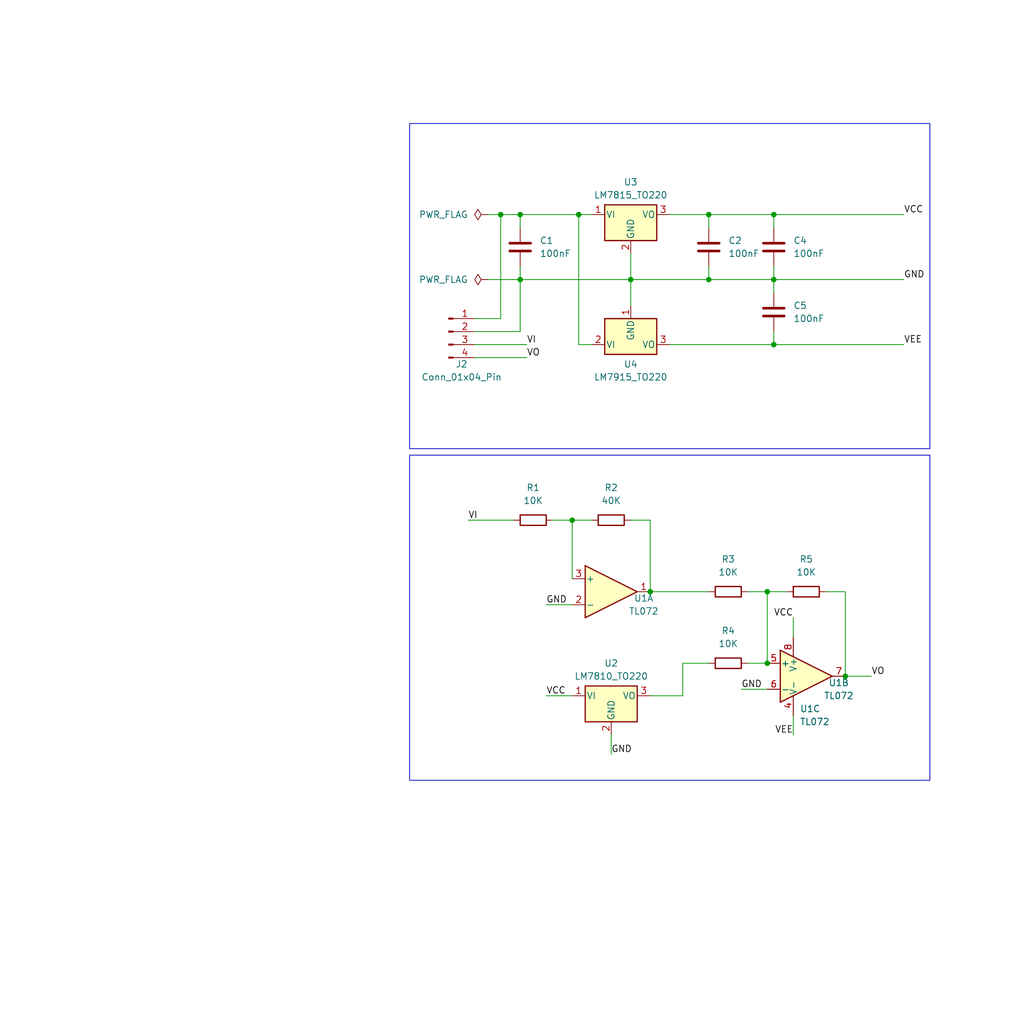
<source format=kicad_sch>
(kicad_sch (version 20230121) (generator eeschema)
  (paper "User" 200 200)
  (lib_symbols
    (symbol "Amplifier_Operational:TL072" (pin_names (offset 0.127))
      (property "Reference" "U" (at 0 5.08 0))
      (property "Value" "TL072" (at 0 -5.08 0))
      (symbol "TL072_1_1"
        (polyline (pts (xy -5.08 5.08) (xy 5.08 0) (xy -5.08 -5.08) (xy -5.08 5.08)) (stroke (width 0.254)) (fill (type background)))
        (pin output line (at 7.62 0 180) (length 2.54) (name "~") (number "1"))
        (pin input line (at -7.62 -2.54 0) (length 2.54) (name "-") (number "2"))
        (pin input line (at -7.62 2.54 0) (length 2.54) (name "+") (number "3"))
      )
      (symbol "TL072_2_1"
        (polyline (pts (xy -5.08 5.08) (xy 5.08 0) (xy -5.08 -5.08) (xy -5.08 5.08)) (stroke (width 0.254)) (fill (type background)))
        (pin input line (at -7.62 2.54 0) (length 2.54) (name "+") (number "5"))
        (pin input line (at -7.62 -2.54 0) (length 2.54) (name "-") (number "6"))
        (pin output line (at 7.62 0 180) (length 2.54) (name "~") (number "7"))
      )
      (symbol "TL072_3_1"
        (pin power_in line (at -2.54 -7.62 90) (length 3.81) (name "V-") (number "4"))
        (pin power_in line (at -2.54 7.62 270) (length 3.81) (name "V+") (number "8"))
      )
    )
    (symbol "Connector:Conn_01x04_Pin" (pin_names (offset 1.016) hide)
      (property "Reference" "J" (at 0 5.08 0))
      (property "Value" "Conn_01x04_Pin" (at 0 -7.62 0))
      (symbol "Conn_01x04_Pin_1_1"
        (polyline (pts (xy 1.27 -5.08) (xy 0.8636 -5.08)) (stroke (width 0.1524)))
        (polyline (pts (xy 1.27 -2.54) (xy 0.8636 -2.54)) (stroke (width 0.1524)))
        (polyline (pts (xy 1.27 0) (xy 0.8636 0)) (stroke (width 0.1524)))
        (polyline (pts (xy 1.27 2.54) (xy 0.8636 2.54)) (stroke (width 0.1524)))
        (rectangle (start 0.8636 -4.953) (end 0 -5.207) (stroke (width 0.1524)) (fill (type outline)))
        (rectangle (start 0.8636 -2.413) (end 0 -2.667) (stroke (width 0.1524)) (fill (type outline)))
        (rectangle (start 0.8636 0.127) (end 0 -0.127) (stroke (width 0.1524)) (fill (type outline)))
        (rectangle (start 0.8636 2.667) (end 0 2.413) (stroke (width 0.1524)) (fill (type outline)))
        (pin passive line (at 5.08 2.54 180) (length 3.81) (name "Pin_1") (number "1"))
        (pin passive line (at 5.08 0 180) (length 3.81) (name "Pin_2") (number "2"))
        (pin passive line (at 5.08 -2.54 180) (length 3.81) (name "Pin_3") (number "3"))
        (pin passive line (at 5.08 -5.08 180) (length 3.81) (name "Pin_4") (number "4"))
      )
    )
    (symbol "Device:C" (pin_numbers hide) (pin_names (offset 0.254))
      (property "Reference" "C" (at 0.635 2.54 0))
      (property "Value" "C" (at 0.635 -2.54 0))
      (symbol "C_0_1"
        (polyline (pts (xy -2.032 -0.762) (xy 2.032 -0.762)) (stroke (width 0.508)))
        (polyline (pts (xy -2.032 0.762) (xy 2.032 0.762)) (stroke (width 0.508)))
      )
      (symbol "C_1_1"
        (pin passive line (at 0 3.81 270) (length 2.794) (name "~") (number "1"))
        (pin passive line (at 0 -3.81 90) (length 2.794) (name "~") (number "2"))
      )
    )
    (symbol "Device:R" (pin_numbers hide) (pin_names (offset 0))
      (property "Reference" "R" (at 2.032 0 90))
      (property "Value" "R" (at 0 0 90))
      (symbol "R_0_1"
        (rectangle (start -1.016 -2.54) (end 1.016 2.54) (stroke (width 0.254)))
      )
      (symbol "R_1_1"
        (pin passive line (at 0 3.81 270) (length 1.27) (name "~") (number "1"))
        (pin passive line (at 0 -3.81 90) (length 1.27) (name "~") (number "2"))
      )
    )
    (symbol "Regulator_Linear:LM7810_TO220" (pin_names (offset 0.254))
      (property "Reference" "U" (at -3.81 3.175 0))
      (property "Value" "LM7810_TO220" (at 0 3.175 0))
      (symbol "LM7810_TO220_0_1"
        (rectangle (start -5.08 1.905) (end 5.08 -5.08) (stroke (width 0.254)) (fill (type background)))
      )
      (symbol "LM7810_TO220_1_1"
        (pin power_in line (at -7.62 0 0) (length 2.54) (name "VI") (number "1"))
        (pin power_in line (at 0 -7.62 90) (length 2.54) (name "GND") (number "2"))
        (pin power_out line (at 7.62 0 180) (length 2.54) (name "VO") (number "3"))
      )
    )
    (symbol "Regulator_Linear:LM7815_TO220" (pin_names (offset 0.254))
      (property "Reference" "U" (at -3.81 3.175 0))
      (property "Value" "LM7815_TO220" (at 0 3.175 0))
      (symbol "LM7815_TO220_0_1"
        (rectangle (start -5.08 1.905) (end 5.08 -5.08) (stroke (width 0.254)) (fill (type background)))
      )
      (symbol "LM7815_TO220_1_1"
        (pin power_in line (at -7.62 0 0) (length 2.54) (name "VI") (number "1"))
        (pin power_in line (at 0 -7.62 90) (length 2.54) (name "GND") (number "2"))
        (pin power_out line (at 7.62 0 180) (length 2.54) (name "VO") (number "3"))
      )
    )
    (symbol "Regulator_Linear:LM7915_TO220" (pin_names (offset 0.254))
      (property "Reference" "U" (at -3.81 -3.175 0))
      (property "Value" "LM7915_TO220" (at 0 -3.175 0))
      (symbol "LM7915_TO220_0_1"
        (rectangle (start -5.08 5.08) (end 5.08 -1.905) (stroke (width 0.254)) (fill (type background)))
      )
      (symbol "LM7915_TO220_1_1"
        (pin power_in line (at 0 7.62 270) (length 2.54) (name "GND") (number "1"))
        (pin power_in line (at -7.62 0 0) (length 2.54) (name "VI") (number "2"))
        (pin power_out line (at 7.62 0 180) (length 2.54) (name "VO") (number "3"))
      )
    )
    (symbol "power:PWR_FLAG" (power) (pin_numbers hide) (pin_names (offset 0) hide)
      (property "Value" "PWR_FLAG" (at 0 3.81 0))
      (symbol "PWR_FLAG_0_0"
        (pin power_out line (at 0 0 90) (length 0) (name "pwr") (number "1"))
      )
      (symbol "PWR_FLAG_0_1"
        (polyline (pts (xy 0 0) (xy 0 1.27) (xy -1.016 1.905) (xy 0 2.54) (xy 1.016 1.905) (xy 0 1.27)))
      )
    )
  )
  (junction (at 151.13 67.31))
  (junction (at 151.13 41.91))
  (junction (at 101.6 41.91))
  (junction (at 97.79 41.91))
  (junction (at 123.19 54.61))
  (junction (at 127 115.57))
  (junction (at 113.03 41.91))
  (junction (at 165.1 132.08))
  (junction (at 149.86 129.54))
  (junction (at 101.6 54.61))
  (junction (at 138.43 54.61))
  (junction (at 138.43 41.91))
  (junction (at 151.13 54.61))
  (junction (at 149.86 115.57))
  (junction (at 111.76 101.6))
  (wire (pts (xy 154.94 139.7) (xy 154.94 143.51)))
  (wire (pts (xy 144.78 134.62) (xy 149.86 134.62)))
  (wire (pts (xy 101.6 41.91) (xy 101.6 44.45)))
  (wire (pts (xy 92.71 67.31) (xy 102.87 67.31)))
  (wire (pts (xy 138.43 54.61) (xy 151.13 54.61)))
  (wire (pts (xy 111.76 101.6) (xy 115.57 101.6)))
  (wire (pts (xy 138.43 41.91) (xy 138.43 44.45)))
  (wire (pts (xy 165.1 115.57) (xy 161.29 115.57)))
  (wire (pts (xy 127 101.6) (xy 127 115.57)))
  (wire (pts (xy 149.86 115.57) (xy 149.86 129.54)))
  (wire (pts (xy 106.68 135.89) (xy 111.76 135.89)))
  (wire (pts (xy 101.6 52.07) (xy 101.6 54.61)))
  (wire (pts (xy 151.13 67.31) (xy 176.53 67.31)))
  (wire (pts (xy 151.13 52.07) (xy 151.13 54.61)))
  (wire (pts (xy 113.03 67.31) (xy 115.57 67.31)))
  (wire (pts (xy 151.13 54.61) (xy 151.13 57.15)))
  (wire (pts (xy 101.6 64.77) (xy 92.71 64.77)))
  (wire (pts (xy 151.13 41.91) (xy 151.13 44.45)))
  (wire (pts (xy 123.19 54.61) (xy 123.19 59.69)))
  (wire (pts (xy 138.43 41.91) (xy 151.13 41.91)))
  (wire (pts (xy 151.13 54.61) (xy 176.53 54.61)))
  (wire (pts (xy 130.81 41.91) (xy 138.43 41.91)))
  (wire (pts (xy 146.05 129.54) (xy 149.86 129.54)))
  (wire (pts (xy 101.6 41.91) (xy 113.03 41.91)))
  (wire (pts (xy 165.1 132.08) (xy 170.18 132.08)))
  (wire (pts (xy 149.86 115.57) (xy 153.67 115.57)))
  (wire (pts (xy 154.94 120.65) (xy 154.94 124.46)))
  (wire (pts (xy 91.44 101.6) (xy 100.33 101.6)))
  (wire (pts (xy 97.79 41.91) (xy 101.6 41.91)))
  (wire (pts (xy 113.03 41.91) (xy 115.57 41.91)))
  (wire (pts (xy 95.25 54.61) (xy 101.6 54.61)))
  (wire (pts (xy 151.13 41.91) (xy 176.53 41.91)))
  (wire (pts (xy 97.79 41.91) (xy 95.25 41.91)))
  (wire (pts (xy 97.79 62.23) (xy 92.71 62.23)))
  (wire (pts (xy 123.19 49.53) (xy 123.19 54.61)))
  (wire (pts (xy 165.1 115.57) (xy 165.1 132.08)))
  (wire (pts (xy 97.79 41.91) (xy 97.79 62.23)))
  (wire (pts (xy 127 115.57) (xy 138.43 115.57)))
  (wire (pts (xy 146.05 115.57) (xy 149.86 115.57)))
  (wire (pts (xy 138.43 52.07) (xy 138.43 54.61)))
  (wire (pts (xy 133.35 129.54) (xy 138.43 129.54)))
  (wire (pts (xy 123.19 101.6) (xy 127 101.6)))
  (wire (pts (xy 106.68 118.11) (xy 111.76 118.11)))
  (wire (pts (xy 111.76 101.6) (xy 111.76 113.03)))
  (wire (pts (xy 151.13 64.77) (xy 151.13 67.31)))
  (wire (pts (xy 130.81 67.31) (xy 151.13 67.31)))
  (wire (pts (xy 119.38 143.51) (xy 119.38 147.32)))
  (wire (pts (xy 101.6 54.61) (xy 101.6 64.77)))
  (wire (pts (xy 113.03 67.31) (xy 113.03 41.91)))
  (wire (pts (xy 127 135.89) (xy 133.35 135.89)))
  (wire (pts (xy 92.71 69.85) (xy 102.87 69.85)))
  (wire (pts (xy 101.6 54.61) (xy 123.19 54.61)))
  (wire (pts (xy 107.95 101.6) (xy 111.76 101.6)))
  (wire (pts (xy 133.35 135.89) (xy 133.35 129.54)))
  (wire (pts (xy 123.19 54.61) (xy 138.43 54.61)))
  (rectangle (start 80.01 24.13) (end 181.61 87.63))
  (rectangle (start 80.01 88.9) (end 181.61 152.4))
  (label "GND" (at 144.78 134.62 0))
  (label "VO" (at 170.18 132.08 0))
  (label "VO" (at 102.87 69.85 0))
  (label "VEE" (at 154.94 143.51 180))
  (label "GND" (at 176.53 54.61 0))
  (label "GND" (at 106.68 118.11 0))
  (label "VI" (at 102.87 67.31 0))
  (label "VEE" (at 176.53 67.31 0))
  (label "VCC" (at 176.53 41.91 0))
  (label "VI" (at 91.44 101.6 0))
  (label "VCC" (at 106.68 135.89 0))
  (label "GND" (at 119.38 147.32 0))
  (label "VCC" (at 154.94 120.65 180))
  (symbol (lib_id "Regulator_Linear:LM7815_TO220") (at 123.19 41.91 0) (unit 1)
    (property "Reference" "U3" (at 123.19 35.56 0))
    (property "Value" "LM7815_TO220" (at 123.19 38.1 0))
    (property "Footprint" "Package_TO_SOT_THT:TO-220-3_Vertical" (effects hide))
    (property "Datasheet" "https://www.onsemi.cn/PowerSolutions/document/MC7800-D.PDF" (effects hide))
  )
  (symbol (lib_id "Device:R") (at 142.24 115.57 90) (unit 1)
    (property "Reference" "R3" (at 142.24 109.22 90))
    (property "Value" "10K" (at 142.24 111.76 90))
    (property "Footprint" "Resistor_THT:R_Axial_DIN0207_L6.3mm_D2.5mm_P7.62mm_Horizontal" (effects hide))
  )
  (symbol (lib_id "Amplifier_Operational:TL072") (at 157.48 132.08 0) (unit 2)
    (property "Reference" "U1" (at 163.83 133.35 0))
    (property "Value" "TL072" (at 163.83 135.89 0))
    (property "Footprint" "Package_DIP:DIP-8_W7.62mm_Socket_LongPads" (effects hide))
    (property "Datasheet" "http://www.ti.com/lit/ds/symlink/tl071.pdf" (effects hide))
  )
  (symbol (lib_id "Device:C") (at 101.6 48.26 0) (unit 1)
    (property "Reference" "C1" (at 105.41 46.99 0) (effects (justify left)))
    (property "Value" "100nF" (at 105.41 49.53 0) (effects (justify left)))
    (property "Footprint" "Capacitor_THT:C_Disc_D5.1mm_W3.2mm_P5.00mm" (effects hide))
  )
  (symbol (lib_id "Device:C") (at 138.43 48.26 0) (unit 1)
    (property "Reference" "C2" (at 142.24 46.99 0) (effects (justify left)))
    (property "Value" "100nF" (at 142.24 49.53 0) (effects (justify left)))
    (property "Footprint" "Capacitor_THT:C_Disc_D5.1mm_W3.2mm_P5.00mm" (effects hide))
  )
  (symbol (lib_id "Amplifier_Operational:TL072") (at 157.48 132.08 0) (unit 3)
    (property "Reference" "U1" (at 156.21 138.43 0) (effects (justify left)))
    (property "Value" "TL072" (at 156.21 140.97 0) (effects (justify left)))
    (property "Footprint" "Package_DIP:DIP-8_W7.62mm_Socket_LongPads" (effects hide))
    (property "Datasheet" "http://www.ti.com/lit/ds/symlink/tl071.pdf" (effects hide))
  )
  (symbol (lib_id "Regulator_Linear:LM7915_TO220") (at 123.19 67.31 0) (unit 1)
    (property "Reference" "U4" (at 123.19 71.12 0))
    (property "Value" "LM7915_TO220" (at 123.19 73.66 0))
    (property "Footprint" "Package_TO_SOT_THT:TO-220-3_Vertical" (effects hide))
    (property "Datasheet" "https://www.onsemi.com/pub/Collateral/MC7900-D.PDF" (effects hide))
  )
  (symbol (lib_id "power:PWR_FLAG") (at 95.25 41.91 90) (unit 1)
    (property "Reference" "#FLG01" (effects hide))
    (property "Value" "PWR_FLAG" (at 91.44 41.91 90) (effects (justify left)))
  )
  (symbol (lib_id "Device:C") (at 151.13 60.96 0) (unit 1)
    (property "Reference" "C5" (at 154.94 59.69 0) (effects (justify left)))
    (property "Value" "100nF" (at 154.94 62.23 0) (effects (justify left)))
    (property "Footprint" "Capacitor_THT:C_Disc_D5.1mm_W3.2mm_P5.00mm" (effects hide))
  )
  (symbol (lib_id "Device:R") (at 104.14 101.6 90) (unit 1)
    (property "Reference" "R1" (at 104.14 95.25 90))
    (property "Value" "10K" (at 104.14 97.79 90))
    (property "Footprint" "Resistor_THT:R_Axial_DIN0207_L6.3mm_D2.5mm_P7.62mm_Horizontal" (effects hide))
  )
  (symbol (lib_id "power:PWR_FLAG") (at 95.25 54.61 90) (unit 1)
    (property "Reference" "#FLG02" (effects hide))
    (property "Value" "PWR_FLAG" (at 91.44 54.61 90) (effects (justify left)))
  )
  (symbol (lib_id "Device:C") (at 151.13 48.26 0) (unit 1)
    (property "Reference" "C4" (at 154.94 46.99 0) (effects (justify left)))
    (property "Value" "100nF" (at 154.94 49.53 0) (effects (justify left)))
    (property "Footprint" "Capacitor_THT:C_Disc_D5.1mm_W3.2mm_P5.00mm" (effects hide))
  )
  (symbol (lib_id "Device:R") (at 142.24 129.54 90) (unit 1)
    (property "Reference" "R4" (at 142.24 123.19 90))
    (property "Value" "10K" (at 142.24 125.73 90))
    (property "Footprint" "Resistor_THT:R_Axial_DIN0207_L6.3mm_D2.5mm_P7.62mm_Horizontal" (effects hide))
  )
  (symbol (lib_id "Device:R") (at 119.38 101.6 90) (unit 1)
    (property "Reference" "R2" (at 119.38 95.25 90))
    (property "Value" "40K" (at 119.38 97.79 90))
    (property "Footprint" "Resistor_THT:R_Axial_DIN0207_L6.3mm_D2.5mm_P7.62mm_Horizontal" (effects hide))
  )
  (symbol (lib_id "Regulator_Linear:LM7810_TO220") (at 119.38 135.89 0) (unit 1)
    (property "Reference" "U2" (at 119.38 129.54 0))
    (property "Value" "LM7810_TO220" (at 119.38 132.08 0))
    (property "Footprint" "Package_TO_SOT_THT:TO-220-3_Vertical" (effects hide))
    (property "Datasheet" "https://www.onsemi.cn/PowerSolutions/document/MC7800-D.PDF" (effects hide))
  )
  (symbol (lib_id "Device:R") (at 157.48 115.57 90) (unit 1)
    (property "Reference" "R5" (at 157.48 109.22 90))
    (property "Value" "10K" (at 157.48 111.76 90))
    (property "Footprint" "Resistor_THT:R_Axial_DIN0207_L6.3mm_D2.5mm_P7.62mm_Horizontal" (effects hide))
  )
  (symbol (lib_id "Connector:Conn_01x04_Pin") (at 87.63 64.77 0) (unit 1)
    (property "Reference" "J2" (at 90.17 71.12 0))
    (property "Value" "Conn_01x04_Pin" (at 90.17 73.66 0))
    (property "Footprint" "Connector_PinHeader_2.54mm:PinHeader_1x04_P2.54mm_Vertical" (effects hide))
  )
  (symbol (lib_id "Amplifier_Operational:TL072") (at 119.38 115.57 0) (unit 1)
    (property "Reference" "U1" (at 125.73 116.84 0))
    (property "Value" "TL072" (at 125.73 119.38 0))
    (property "Footprint" "Package_DIP:DIP-8_W7.62mm_Socket_LongPads" (effects hide))
    (property "Datasheet" "http://www.ti.com/lit/ds/symlink/tl071.pdf" (effects hide))
  )
)
</source>
